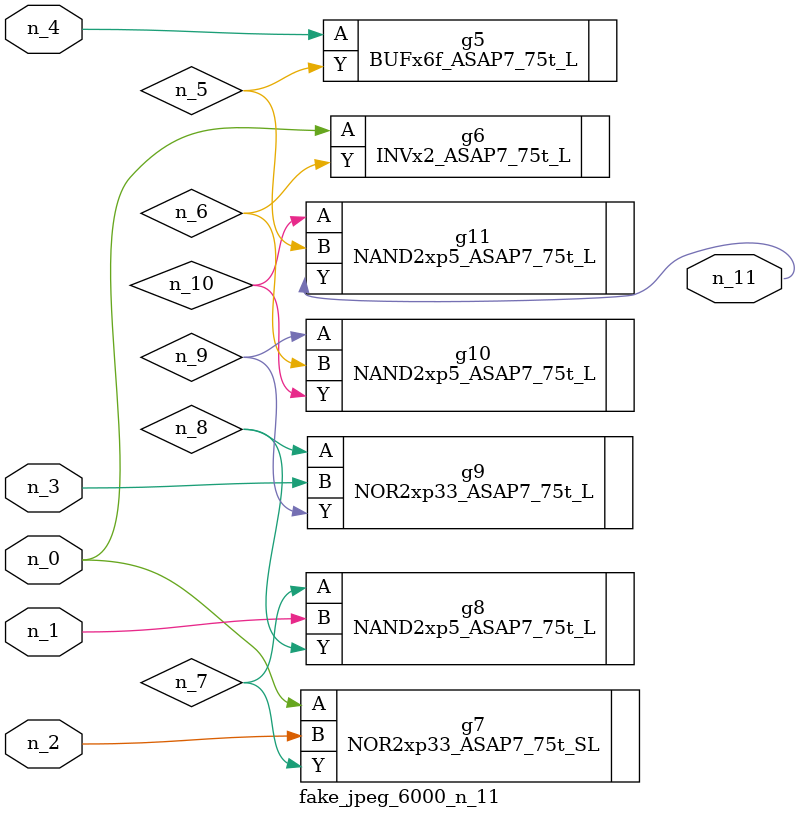
<source format=v>
module fake_jpeg_6000_n_11 (n_3, n_2, n_1, n_0, n_4, n_11);

input n_3;
input n_2;
input n_1;
input n_0;
input n_4;

output n_11;

wire n_10;
wire n_8;
wire n_9;
wire n_6;
wire n_5;
wire n_7;

BUFx6f_ASAP7_75t_L g5 ( 
.A(n_4),
.Y(n_5)
);

INVx2_ASAP7_75t_L g6 ( 
.A(n_0),
.Y(n_6)
);

NOR2xp33_ASAP7_75t_SL g7 ( 
.A(n_0),
.B(n_2),
.Y(n_7)
);

NAND2xp5_ASAP7_75t_L g8 ( 
.A(n_7),
.B(n_1),
.Y(n_8)
);

NOR2xp33_ASAP7_75t_L g9 ( 
.A(n_8),
.B(n_3),
.Y(n_9)
);

NAND2xp5_ASAP7_75t_L g10 ( 
.A(n_9),
.B(n_6),
.Y(n_10)
);

NAND2xp5_ASAP7_75t_L g11 ( 
.A(n_10),
.B(n_5),
.Y(n_11)
);


endmodule
</source>
